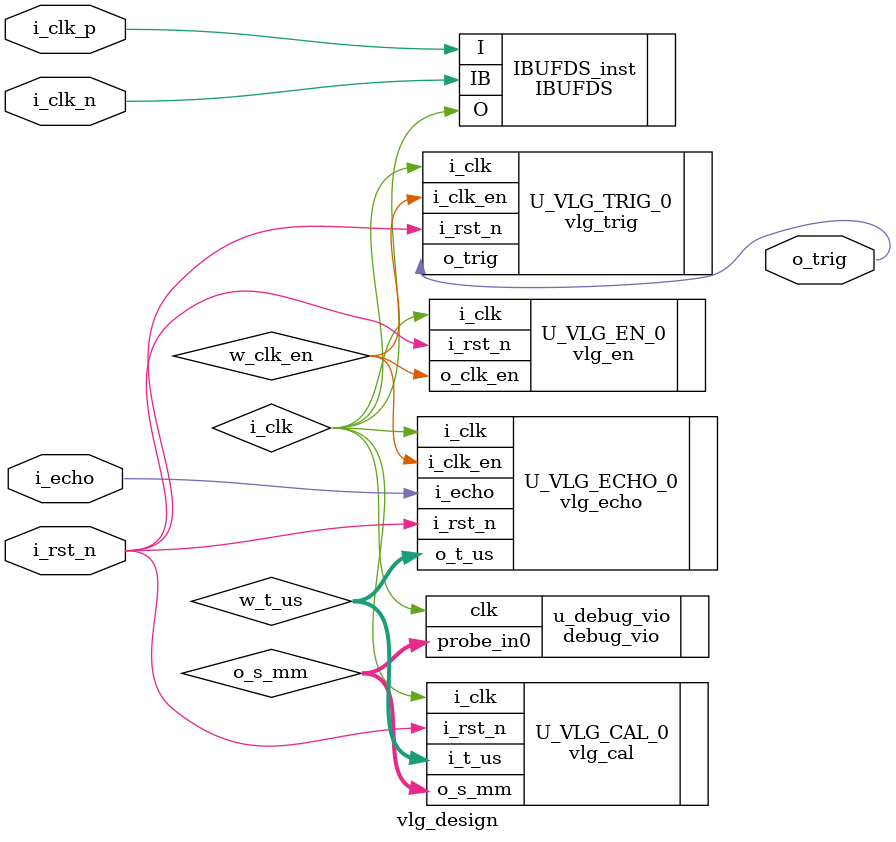
<source format=v>
`timescale 1ns/1ps
module vlg_design
(
	input i_clk_p, //200MHz    5ns
    input i_clk_n,
    input i_rst_n,
    input i_echo,
    output o_trig

    );

IBUFDS #(
      .DIFF_TERM("FALSE"),       // Differential Termination
      .IBUF_LOW_PWR("TRUE"),     // Low power="TRUE", Highest performance="FALSE" 
      .IOSTANDARD("DEFAULT")     // Specify the input I/O standard
   ) IBUFDS_inst (
      .O(i_clk),  // Buffer output
      .I(i_clk_p),  // Diff_p buffer input (connect directly to top-level port)
      .IB(i_clk_n) // Diff_n buffer input (connect directly to top-level port)
   );
localparam P_CLK_PERIOD =5    ;

wire w_clk_en;
wire [15:0] w_t_us;
wire [13:0] o_s_mm;
//////////////////////////////////
//Ê¹ÄÜÊ±ÖÓ²úÉúÄ£¿é

vlg_en #(
    .P_CLK_PERIOD                   (  P_CLK_PERIOD                         ))
U_VLG_EN_0(
    .i_clk                          ( i_clk                        ),
    .i_rst_n                        ( i_rst_n                       ),
    .o_clk_en                       ( w_clk_en                      )
);
/////////////////////////////////////
//²úÉú³¬Éù²¨²â¾àÄ£¿éµÄ´¥·¢ÐÅºÅo_trig

vlg_trig U_VLG_TRIG_0(
    .i_clk                          ( i_clk                         ),
    .i_rst_n                        ( i_rst_n                       ),
    .i_clk_en                       ( w_clk_en                      ),
    .o_trig                         ( o_trig                        )
);

////////////////////////////////////////////
//³¬Éù²¨²â¾àÄ£¿éµÄ»ØÏìÐÅºÅi_echo µÄ¸ßµçÆ½Ê±¼ä²É¼¯

vlg_echo U_VLG_ECHO_0(
    .i_clk                          ( i_clk                         ),
    .i_rst_n                        ( i_rst_n                       ),
    .i_clk_en                       ( w_clk_en                      ),
    .i_echo                         ( i_echo                        ),
    .o_t_us                         ( w_t_us                        )
);

//////////////////////////////////////////
//½øÐÐÊ±¼äºÍ¾àÀëµÄ×ª»»ÔËËãs =0.179t


vlg_cal U_VLG_CAL_0(
    .i_clk                          ( i_clk                         ),
    .i_rst_n                        ( i_rst_n                       ),
    .i_t_us                         ( w_t_us                        ),
    .o_s_mm                         ( o_s_mm                        )
);


debug_vio u_debug_vio (
  .clk(i_clk),              // input wire clk
  .probe_in0(o_s_mm)  // input wire [13 : 0] probe_in0
);
endmodule

</source>
